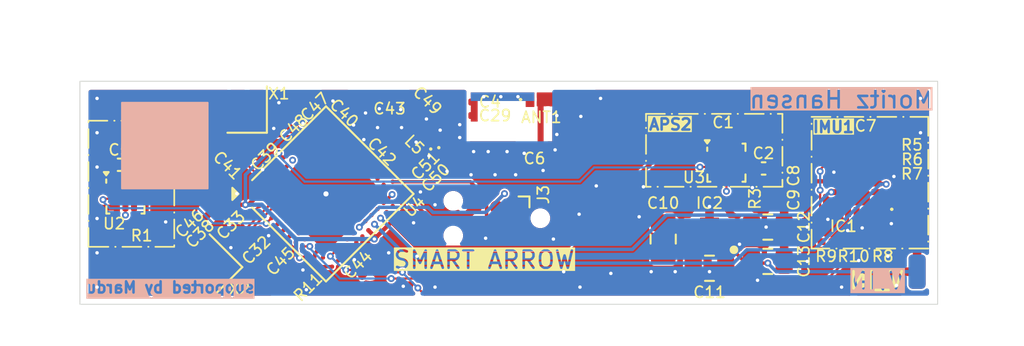
<source format=kicad_pcb>
(kicad_pcb (version 20241229) (generator "pcbnew") (generator_version "9.0")
  (layers (0 "F.Cu" signal "Front") (4 "In1.Cu" signal) (6 "In2.Cu" signal) (2 "B.Cu" signal "Back") (13 "F.Paste" user) (15 "B.Paste" user) (5 "F.SilkS" user "F.Silkscreen") (7 "B.SilkS" user "B.Silkscreen") (1 "F.Mask" user) (3 "B.Mask" user) (25 "Edge.Cuts" user))
  (net 0 "")
  (net 1 "/ISDS_INT")
  (net 2 "/RESET")
  (net 3 "GND")
  (net 4 "/SWDIO")
  (net 5 "/SWCLK")
  (net 6 "/SWO")
  (net 7 "+3V3")
  (net 8 "Net-(U2-SA0)")
  (net 9 "/PADS_INT01")
  (net 10 "Net-(U3-SA0)")
  (net 11 "/ISDS_INT_01")
  (net 12 "/PADS_INT02")
  (net 13 "/I2C_SDA")
  (net 14 "Net-(IC2-OUT2)")
  (net 15 "/VDD_IO")
  (net 16 "/RSVD3")
  (net 17 "/RE")
  (net 18 "/FEEL")
  (net 19 "GND VBUS NRF")
  (net 20 "/I2C_SDA A1")
  (net 21 "/D-")
  (net 22 "/I2C_SCL A1")
  (net 23 "/I2C_SDA A2")
  (net 24 "/I2C_SCL A2")
  (net 25 "/D+")
  (net 26 "Net-(IC2-OUT1)")
  (net 27 "Net-(IC2-EN2)")
  (net 29 "Net-(IC2-IN)")
  (net 30 "/I2C_SCL ")
  (net 31 "/ISDS_INT_00")
  (net 32 "/RSVD2")
  (net 33 "/SAO")
  (net 75 "Net-(U4-ANT)")
  (net 76 "Net-(U4-XC2)")
  (net 77 "Net-(U4-XC1)")
  (net 78 "Net-(U4-DECUSB)")
  (net 79 "Net-(U4-DEC6)")
  (net 80 "Net-(U4-DEC5)")
  (net 81 "Net-(U4-DEC4)")
  (net 82 "Net-(U4-DEC3)")
  (net 83 "Net-(U4-DEC2)")
  (net 84 "Net-(U4-DEC1)")
  (net 85 "Net-(U4-XL1{slash}P0.00)")
  (net 86 "Net-(U4-XL2{slash}P0.01)")
  (footprint "Capacitor_SMD:C_0805_2012Metric" (layer "F.Cu") (at 165.1 60.5)
    (property "Reference" "C12")
    (property "Value" "1uF")
  )
  (footprint "Capacitor_SMD:C_0805_2012Metric" (layer "F.Cu") (at 161.7 62.9)
    (property "Reference" "C11")
    (property "Value" "1uF")
  )
  (footprint "Capacitor_SMD:C_0201_0603Metric" (layer "F.Cu") (at 132.825 59.425 45)
    (property "Reference" "C46")
    (property "Value" "4.7uF")
  )
  (footprint "Capacitor_SMD:C_0201_0603Metric" (layer "F.Cu") (at 129.305 58.5 90)
    (property "Reference" "C3" (hide yes))
    (property "Value" "100nF 10%")
  )
  (footprint "Capacitor_SMD:C_0201_0603Metric" (layer "F.Cu") (at 134.21412 60.80074 45)
    (property "Reference" "C33")
    (property "Value" "12pF NPO 2%")
  )
  (footprint "LIB_AP7312-1233FM-7:SON50P201X181X60-7N" (layer "F.Cu") (at 161.7 60.7 180)
    (property "Reference" "IC2")
    (property "Value" "AP7312-1233FM-7" (hide yes))
  )
  (footprint "Capacitor_SMD:C_0201_0603Metric" (layer "F.Cu") (at 170.8 55.65 90)
    (property "Reference" "C7")
    (property "Value" "100nF 10%")
  )
  (footprint "Capacitor_SMD:C_0201_0603Metric" (layer "F.Cu") (at 143.05 52.85)
    (property "Reference" "C43")
    (property "Value" "N.C.")
  )
  (footprint "Capacitor_SMD:C_0201_0603Metric" (layer "F.Cu") (at 147.555 53.21)
    (property "Reference" "C4")
    (property "Value" "6.2pF NPO 5%")
  )
  (footprint "Capacitor_SMD:C_0201_0603Metric" (layer "F.Cu") (at 143.225 55.475 135)
    (property "Reference" "C42")
    (property "Value" "820pF")
  )
  (footprint "Resistor_SMD:R_0201_0603Metric" (layer "F.Cu") (at 163.6 58.7075 -90)
    (property "Reference" "R3")
    (property "Value" "100K 1%")
  )
  (footprint "LED_SMD:LED_0402_1005Metric" (layer "F.Cu") (at 145.15 55.1 135)
    (property "Reference" "L5")
    (property "Value" "4.7nH 5% HF")
  )
  (footprint "Connector_Wire:SolderWirePad_1x01_SMD_1x2mm" (layer "F.Cu") (at 173.8 63.1)
    (property "Reference" "J2" (hide yes))
    (property "Value" "Conn_01x01_Pin")
  )
  (footprint "Resistor_SMD:R_0201_0603Metric" (layer "F.Cu") (at 128.605 60.25 180)
    (property "Reference" "R1")
    (property "Value" "100K 1%")
  )
  (footprint "Resistor_SMD:R_0201_0603Metric" (layer "F.Cu") (at 173.515 59.65 180)
    (property "Reference" "R7")
    (property "Value" "100k 1%")
  )
  (footprint "Capacitor_SMD:C_0201_0603Metric" (layer "F.Cu") (at 167.405 58.915 -90)
    (property "Reference" "C9")
    (property "Value" "4.7uF 10%")
  )
  (footprint "Capacitor_SMD:C_0201_0603Metric" (layer "F.Cu") (at 144.45 53.95 45)
    (property "Reference" "C49")
    (property "Value" "N.C.")
  )
  (footprint "Capacitor_SMD:C_0201_0603Metric" (layer "F.Cu") (at 151.525 55.75)
    (property "Reference" "C6")
    (property "Value" "0.8pF NPO 5%")
  )
  (footprint "Capacitor_SMD:C_0201_0603Metric" (layer "F.Cu") (at 136.77 63.39 -135)
    (property "Reference" "C45")
    (property "Value" "820pF")
  )
  (footprint "Capacitor_SMD:C_0201_0603Metric" (layer "F.Cu") (at 134.2 56.3 -45)
    (property "Reference" "C41")
    (property "Value" "1pF")
  )
  (footprint "Capacitor_SMD:C_0201_0603Metric" (layer "F.Cu") (at 141.7 63.1 -135)
    (property "Reference" "C44")
    (property "Value" "4.7uF")
  )
  (footprint "Resistor_SMD:R_0201_0603Metric" (layer "F.Cu") (at 169.95 61.35)
    (property "Reference" "R10")
    (property "Value" "1K 1%")
  )
  (footprint "ANT016008LCS2442MA1:ANT016008LCS2442MA1" (layer "F.Cu") (at 151.935 53.065)
    (property "Reference" "ANT1")
    (property "Value" "ANT016008LCS2442MA1" (hide yes))
  )
  (footprint "Resistor_SMD:R_0201_0603Metric" (layer "F.Cu") (at 171.35 61.35 180)
    (property "Reference" "R8")
    (property "Value" "1K 1%")
  )
  (footprint "Capacitor_SMD:C_0201_0603Metric" (layer "F.Cu") (at 167.405 57.51 90)
    (property "Reference" "C8")
    (property "Value" "100nF 10%")
  )
  (footprint "Capacitor_SMD:C_0201_0603Metric" (layer "F.Cu") (at 138 53 45)
    (property "Reference" "C47")
    (property "Value" "12pF NP0 2%")
  )
  (footprint "Capacitor_SMD:C_0201_0603Metric" (layer "F.Cu") (at 162.5075 55.1225)
    (property "Reference" "C1")
    (property "Value" "100nF 10%")
  )
  (footprint "Capacitor_SMD:C_0201_0603Metric" (layer "F.Cu") (at 133.340394 59.949466 45)
    (property "Reference" "C38")
    (property "Value" "100nF")
  )
  (footprint "Package_LGA:ST_HLGA-10_2x2mm_P0.5mm_LayoutBorder3x2y" (layer "F.Cu") (at 127.655 58.6025)
    (property "Reference" "U2")
    (property "Value" "WSEN-PADS_2511020213301")
  )
  (footprint "Crystal:Crystal_SMD_2016-4Pin_2.0x1.6mm" (layer "F.Cu") (at 134.75 53.65 90)
    (property "Reference" "X1")
    (property "Value" "XTAL 32MHz 8pF")
  )
  (footprint "Capacitor_SMD:C_0805_2012Metric" (layer "F.Cu") (at 165.1 62.5)
    (property "Reference" "C13")
    (property "Value" "1uF")
  )
  (footprint "Capacitor_SMD:C_0201_0603Metric" (layer "F.Cu") (at 146.791048 56.303953 45)
    (property "Reference" "C50")
    (property "Value" "0.5pF NPO +10%")
  )
  (footprint "2536030320001:2536030320001" (layer "F.Cu") (at 170.275 58.713 180)
    (property "Reference" "IC1")
    (property "Value" "2536030320001" (hide yes))
  )
  (footprint "Capacitor_SMD:C_0201_0603Metric" (layer "F.Cu") (at 137 54 -135)
    (property "Reference" "C48")
    (property "Value" "12pF NP0 2%")
  )
  (footprint "Capacitor_SMD:C_0805_2012Metric" (layer "F.Cu") (at 159 61.2 90)
    (property "Reference" "C10")
    (property "Value" "1uF")
  )
  (footprint "Resistor_SMD:R_0201_0603Metric" (layer "F.Cu") (at 173.515 58.95 180)
    (property "Reference" "R6")
    (property "Value" "0R 1%")
  )
  (footprint "Capacitor_SMD:C_0201_0603Metric" (layer "F.Cu") (at 134.71912 61.30574 -135)
    (property "Reference" "C32")
    (property "Value" "12pF NP0 2%")
  )
  (footprint "Capacitor_SMD:C_0402_1005Metric" (layer "F.Cu") (at 127.315 56.867501)
    (property "Reference" "C5")
    (property "Value" "10uF 10%")
  )
  (footprint "Resistor_SMD:R_0201_0603Metric" (layer "F.Cu") (at 173.52 58.25 180)
    (property "Reference" "R5")
    (property "Value" "0R 1%")
  )
  (footprint "Capacitor_SMD:C_0402_1005Metric" (layer "F.Cu") (at 164.855 57.0825)
    (property "Reference" "C2")
    (property "Value" "10uF 10%")
  )
  (footprint "Capacitor_SMD:C_0201_0603Metric" (layer "F.Cu") (at 146.3 55.8 45)
    (property "Reference" "C51")
    (property "Value" "0.8pF NPO +10%")
  )
  (footprint "Capacitor_SMD:C_0201_0603Metric" (layer "F.Cu") (at 135.2 55.8 45)
    (property "Reference" "C39")
    (property "Value" "N.C.")
  )
  (footprint "Capacitor_SMD:C_0201_0603Metric" (layer "F.Cu") (at 147.555 54 180)
    (property "Reference" "C29")
    (property "Value" "6.2pF NPO 5%")
  )
  (footprint "Crystal:Crystal_SMD_2016-4Pin_2.0x1.6mm" (layer "F.Cu") (at 132.70146 62.693349 135)
    (property "Reference" "X2")
    (property "Value" "XTAL 32.768kHz 9pF")
  )
  (footprint "Package_DFN_QFN:Nordic_AQFN-73-1EP_7x7mm_P0.5mm" (layer "F.Cu") (at 139.344734 58.565 45)
    (property "Reference" "U4")
    (property "Value" "nRF52840")
  )
  (footprint "Connector:Tag-Connect_TC2030-IDC-NL_2x03_P1.27mm_Vertical" (layer "F.Cu") (at 149.3 59.985 180)
    (property "Reference" "J3")
    (property "Value" "TagConnect")
  )
  (footprint "Capacitor_SMD:C_0201_0603Metric" (layer "F.Cu") (at 141.25 53 -135)
    (property "Reference" "C40")
    (property "Value" "100pF")
  )
  (footprint "NetTie:NetTie-2_SMD_Pad0.5mm" (layer "F.Cu") (at 153.8 53.05 180)
    (property "Reference" "NT1" (hide yes))
    (property "Value" "NetTie_2" (hide yes))
  )
  (footprint "Package_LGA:ST_HLGA-10_2x2mm_P0.5mm_LayoutBorder3x2y" (layer "F.Cu") (at 162.6875 56.745)
    (property "Reference" "U3")
    (property "Value" "WSEN-PADS_2511020213301")
  )
  (footprint "Resistor_SMD:R_0201_0603Metric" (layer "F.Cu") (at 168.55 61.35)
    (property "Reference" "R9")
    (property "Value" "100k 1%")
  )
  (footprint "Resistor_SMD:R_0201_0603Metric" (layer "F.Cu") (at 137.262678 63.887322 -135)
    (property "Reference" "R11")
    (property "Value" "2R2")
  )
  (footprint "Connector_Wire:SolderWirePad_1x01_SMD_1x2mm" (layer "B.Cu") (at 173.8 63.1 180)
    (property "Reference" "J1" (hide yes))
    (property "Value" "Conn_01x01_Pin")
  )
  (gr_poly (pts (xy 151.635 52.65) (xy 151.635 53.46) (xy 152.185 53.46) (xy 152.185 53.45) (xy 153.385 53.45) (xy 153.385 52.65)) (fill yes) (layer "F.Cu") (net 18))
  (gr_poly (pts (xy 147.785 52.65) (xy 147.785 54.35) (xy 148.185 54.35) (xy 148.185 53.15) (xy 150.985 53.15) (xy 150.985 53.5) (xy 151.485 53.5) (xy 151.485 52.65)) (fill yes) (layer "F.Cu") (net 17))
  (gr_poly (pts (xy 147.785 52.65) (xy 147.785 53.15) (xy 148.185 53.15) (xy 150.985 53.15) (xy 151.485 53.15) (xy 151.485 52.65)) (fill yes) (layer "B.Cu") (net 17))
  (gr_circle (center 145.45 55.95) (end 145.5 55.95) (stroke (width 0.1)) (fill no) (layer "F.SilkS"))
  (gr_rect (start 125.5 54.3) (end 130.5 61.65) (stroke (width 0.1) (type dash_dot)) (fill no) (layer "F.SilkS"))
  (gr_rect (start 167.65 54.075) (end 174.45 61.75) (stroke (width 0.1) (type dash_dot)) (fill no) (layer "F.SilkS"))
  (gr_rect (start 158 53.9) (end 165.95 58.15) (stroke (width 0.1) (type dash_dot)) (fill no) (layer "F.SilkS"))
  (gr_rect (start 127.45 53.25) (end 132.45 58.25) (stroke (width 0.1)) (fill yes) (layer "B.SilkS"))
  (gr_rect (start 125 52) (end 175 65) (stroke (width 0.05)) (fill no) (layer "Edge.Cuts"))
  (gr_text "SMART ARROW" (at 143.2 63 0) (layer "F.SilkS" knockout) (effects (font (size 1 1)) (justify left bottom)))
  (gr_text "APS2" (at 158.1 54.9 0) (layer "F.SilkS" knockout) (effects (font (size 0.65 0.65) (thickness 0.15) (bold yes)) (justify left bottom)))
  (gr_text "APS1" (at 127.8 55.3 0) (layer "F.SilkS" knockout) (effects (font (size 0.65 0.65) (thickness 0.15) (bold yes)) (justify left bottom)))
  (gr_text "GND" (at 169.9 64.25 0) (layer "F.SilkS" knockout) (effects (font (size 1 1)) (justify left bottom)))
  (gr_text "IMU1" (at 167.65 55.05 0) (layer "F.SilkS" knockout) (effects (font (size 0.65 0.65) (thickness 0.15) (bold yes)) (justify left bottom)))
  (gr_text "supported by Mardu" (at 135.25 64.4 0) (layer "B.SilkS" knockout) (effects (font (size 0.65 0.65) (thickness 0.15) (bold yes)) (justify left bottom mirror)))
  (gr_text "V_IN" (at 173.1 64.2 0) (layer "B.SilkS" knockout) (effects (font (size 1 1)) (justify left bottom mirror)))
  (gr_text "Moritz Hansen" (at 174.85 53.65 0) (layer "B.SilkS" knockout) (effects (font (size 1 1)) (justify left bottom mirror)))
  (segment (start 168.82 61.08) (end 169.775 60.125) (width 0.127) (layer "F.Cu") (net 1))
  (segment (start 168.82 61.35) (end 168.82 61.08) (width 0.127) (layer "F.Cu") (net 1))
  (segment (start 169.775 60.125) (end 169.775 59.625) (width 0.127) (layer "F.Cu") (net 1))
  (segment (start 149.75 58.55) (end 149.3 59) (width 0.2) (layer "F.Cu") (net 2))
  (segment (start 149.3 59) (end 149.3 59.35) (width 0.2) (layer "F.Cu") (net 2))
  (via (at 149.75 58.55) (size 0.4) (drill 0.2) (layers "F.Cu" "B.Cu") (net 2))
  (via (at 141.289278 60.509544) (size 0.4) (drill 0.2) (layers "F.Cu" "B.Cu") (net 2))
  (segment (start 145.284314 59.35) (end 145.578614 59.6443) (width 0.2) (layer "B.Cu") (net 2))
  (segment (start 141.289278 60.509544) (end 142.448822 59.35) (width 0.2) (layer "B.Cu") (net 2))
  (segment (start 145.578614 59.6443) (end 148.6557 59.6443) (width 0.2) (layer "B.Cu") (net 2))
  (segment (start 148.6557 59.6443) (end 149.75 58.55) (width 0.2) (layer "B.Cu") (net 2))
  (segment (start 142.448822 59.35) (end 145.284314 59.35) (width 0.2) (layer "B.Cu") (net 2))
  (segment (start 140.228617 57.681117) (end 139.344734 56.797234) (width 0.127) (layer "F.Cu") (net 3))
  (segment (start 137.2 64.15) (end 138.2 64.15) (width 0.2) (layer "F.Cu") (net 3))
  (segment (start 161.7 60.7) (end 161.7 63.1) (width 0.25) (layer "F.Cu") (net 3))
  (segment (start 147.15 56.3) (end 147.3 56.45) (width 0.25) (layer "F.Cu") (net 3))
  (segment (start 133.987846 61.027014) (end 133.987846 61.432154) (width 0.2) (layer "F.Cu") (net 3))
  (segment (start 147.95 56.1) (end 147.75 55.9) (width 0.25) (layer "F.Cu") (net 3))
  (segment (start 148.03 59.35) (end 147.53 59.85) (width 0.25) (layer "F.Cu") (net 3))
  (segment (start 128.155 57.84) (end 128.26 57.84) (width 0.25) (layer "F.Cu") (net 3))
  (segment (start 169.63 61.35) (end 169.63 61.62) (width 0.25) (layer "F.Cu") (net 3))
  (segment (start 140.126274 52.773726) (end 139.75 53.15) (width 0.127) (layer "F.Cu") (net 3))
  (segment (start 169.65 57.3) (end 169.775 57.425) (width 0.127) (layer "F.Cu") (net 3))
  (segment (start 147.53 59.85) (end 147 59.85) (width 0.25) (layer "F.Cu") (net 3))
  (segment (start 141.452548 62.4) (end 141 62.4) (width 0.2) (layer "F.Cu") (net 3))
  (segment (start 139.344734 56.443679) (end 140.228617 55.559796) (width 0.127) (layer "F.Cu") (net 3))
  (segment (start 151.205 55.895) (end 150.7 56.4) (width 0.2) (layer "F.Cu") (net 3))
  (segment (start 138.460851 57.681117) (end 139.344734 58.565) (width 0.2) (layer "F.Cu") (net 3))
  (segment (start 133.987846 61.432154) (end 133.86 61.56) (width 0.2) (layer "F.Cu") (net 3))
  (segment (start 141.926274 62.873726) (end 141.452548 62.4) (width 0.2) (layer "F.Cu") (net 3))
  (segment (start 136.33953 57.681117) (end 136.181117 57.681117) (width 0.2) (layer "F.Cu") (net 3))
  (segment (start 169.775 57.425) (end 169.775 57.801) (width 0.127) (layer "F.Cu") (net 3))
  (segment (start 151.205 55.75) (end 151.205 55.895) (width 0.2) (layer "F.Cu") (net 3))
  (segment (start 137.036404 64.108952) (end 136.543726 63.616274) (width 0.2) (layer "F.Cu") (net 3))
  (segment (start 168.95 57.3) (end 169.65 57.3) (width 0.127) (layer "F.Cu") (net 3))
  (segment (start 169.63 61.62) (end 169.05 62.2) (width 0.25) (layer "F.Cu") (net 3))
  (segment (start 137.163596 64.113596) (end 137.2 64.15) (width 0.2) (layer "F.Cu") (net 3))
  (segment (start 136.181117 57.681117) (end 135.65 57.15) (width 0.2) (layer "F.Cu") (net 3))
  (segment (start 127.655 57.84) (end 128.155 57.84) (width 0.25) (layer "F.Cu") (net 3))
  (segment (start 137.036404 64.113596) (end 137.163596 64.113596) (width 0.2) (layer "F.Cu") (net 3))
  (segment (start 162.65 62.9) (end 163.35 63.6) (width 0.25) (layer "F.Cu") (net 3))
  (segment (start 163.35 63.6) (end 164.5 63.6) (width 0.25) (layer "F.Cu") (net 3))
  (segment (start 138.226274 52.773726) (end 139.373726 52.773726) (width 0.2) (layer "F.Cu") (net 3))
  (segment (start 141.476274 52.773726) (end 140.126274 52.773726) (width 0.127) (layer "F.Cu") (net 3))
  (segment (start 147.017322 56.077679) (end 147.017322 56.167322) (width 0.25) (layer "F.Cu") (net 3))
  (segment (start 128.26 57.84) (end 129.05 57.05) (width 0.25) (layer "F.Cu") (net 3))
  (segment (start 169.63 60.82) (end 169.75 60.7) (width 0.25) (layer "F.Cu") (net 3))
  (segment (start 147.195001 55.9) (end 147.017322 56.077679) (width 0.25) (layer "F.Cu") (net 3))
  (segment (start 137.036404 64.113596) (end 137.036404 64.108952) (width 0.2) (layer "F.Cu") (net 3))
  (segment (start 139.373726 52.773726) (end 139.75 53.15) (width 0.2) (layer "F.Cu") (net 3))
  (segment (start 147.3 56.45) (end 147.8 56.45) (width 0.25) (layer "F.Cu") (net 3))
  (segment (start 147.75 55.9) (end 147.195001 55.9) (width 0.25) (layer "F.Cu") (net 3))
  (segment (start 147.017322 56.167322) (end 147.15 56.3) (width 0.25) (layer "F.Cu") (net 3))
  (segment (start 169.63 61.35) (end 169.63 60.82) (width 0.25) (layer "F.Cu") (net 3))
  (segment (start 139.344734 56.797234) (end 139.344734 56.443679) (width 0.127) (layer "F.Cu") (net 3))
  (segment (start 147.235 54) (end 147.235 53.21) (width 0.2) (layer "F.Cu") (net 3))
  (via (at 143.85 63.95) (size 0.4) (drill 0.2) (layers "F.Cu" "B.Cu") (net 3))
  (via (at 139.344734 58.565) (size 0.6) (drill 0.3) (layers "F.Cu" "B.Cu") (net 3))
  (via (at 145.35 56.35) (size 0.4) (drill 0.2) (layers "F.Cu" "B.Cu") (net 3))
  (via (at 148.65 61.15) (size 0.4) (drill 0.2) (layers "F.Cu" "B.Cu") (net 3))
  (via (at 152.8 54) (size 0.4) (drill 0.2) (layers "F.Cu" "B.Cu") (net 3))
  (via (at 142.45 53.6) (size 0.4) (drill 0.2) (layers "F.Cu" "B.Cu") (net 3))
  (via (at 168.95 57.3) (size 0.4) (drill 0.2) (layers "F.Cu" "B.Cu") (net 3))
  (via (at 144.65 62.2) (size 0.4) (drill 0.2) (layers "F.Cu" "B.Cu") (net 3))
  (via (at 145.7 64) (size 0.4) (drill 0.2) (layers "F.Cu" "B.Cu") (net 3))
  (via (at 142.35 54.7) (size 0.4) (drill 0.2) (layers "F.Cu" "B.Cu") (net 3))
  (via (at 134.15 58.55) (size 0.4) (drill 0.2) (layers "F.Cu" "B.Cu") (net 3))
  (via (at 167.4 62.5) (size 0.4) (drill 0.2) (layers "F.Cu" "B.Cu") (net 3))
  (via (at 161.7 59.3) (size 0.4) (drill 0.2) (layers "F.Cu" "B.Cu") (net 3))
  (via (at 155.35 53) (size 0.4) (drill 0.2) (layers "F.Cu" "B.Cu") (net 3))
  (via (at 136.3 54.75) (size 0.4) (drill 0.2) (layers "F.Cu" "B.Cu") (net 3))
  (via (at 141.55 55.4) (size 0.4) (drill 0.2) (layers "F.Cu" "B.Cu") (net 3))
  (via (at 172.45 57.55) (size 0.4) (drill 0.2) (layers "F.Cu" "B.Cu") (net 3))
  (via (at 138.2 64.15) (size 0.4) (drill 0.2) (layers "F.Cu" "B.Cu") (net 3))
  (via (at 165 60.5) (size 0.4) (drill 0.2) (layers "F.Cu" "B.Cu") (net 3))
  (via (at 150.4 57.45) (size 0.4) (drill 0.2) (layers "F.Cu" "B.Cu") (net 3))
  (via (at 130 60.2) (size 0.4) (drill 0.2) (layers "F.Cu" "B.Cu") (net 3))
  (via (at 164.5 63.6) (size 0.4) (drill 0.2) (layers "F.Cu" "B.Cu") (net 3))
  (via (at 157.6 59.9) (size 0.4) (drill 0.2) (layers "F.Cu" "B.Cu") (net 3))
  (via (at 144.6 55.55) (size 0.4) (drill 0.2) (layers "F.Cu" "B.Cu") (net 3))
  (via (at 148.8 56.1) (size 0.4) (drill 0.2) (layers "F.Cu" "B.Cu") (net 3))
  (via (at 147.95 56.1) (size 0.4) (drill 0.2) (layers "F.Cu" "B.Cu") (net 3))
  (via (at 163.45 61.5) (size 0.4) (drill 0.2) (layers "F.Cu" "B.Cu") (net 3))
  (via (at 147.14 55.28) (size 0.4) (drill 0.2) (layers "F.Cu" "B.Cu") (net 3))
  (via (at 146.4 57.25) (size 0.4) (drill 0.2) (layers "F.Cu" "B.Cu") (net 3))
  (via (at 141 62.4) (size 0.4) (drill 0.2) (layers "F.Cu" "B.Cu") (net 3))
  (via (at 136 61) (size 0.4) (drill 0.2) (layers "F.Cu" "B.Cu") (net 3))
  (via (at 167.4 60.5) (size 0.4) (drill 0.2) (layers "F.Cu" "B.Cu") (net 3))
  (via (at 155.1 58.1) (size 0.4) (drill 0.2) (layers "F.Cu" "B.Cu") (net 3))
  (via (at 153.2 63.1) (size 0.4) (drill 0.2) (layers "F.Cu" "B.Cu") (net 3))
  (via (at 147.14 54.53) (size 0.4) (drill 0.2) (layers "F.Cu" "B.Cu") (net 3))
  (via (at 174 53) (size 0.4) (drill 0.2) (layers "F.Cu" "B.Cu") (net 3))
  (via (at 157.85 58.15) (size 0.4) (drill 0.2) (layers "F.Cu" "B.Cu") (net 3))
  (via (at 126 62) (size 0.4) (drill 0.2) (layers "F.Cu" "B.Cu") (net 3))
  (via (at 169.4 64) (size 0.4) (drill 0.2) (layers "F.Cu" "B.Cu") (net 3))
  (via (at 143.7 53.65) (size 0.4) (drill 0.2) (layers "F.Cu" "B.Cu") (net 3))
  (via (at 172.3 60.3) (size 0.4) (drill 0.2) (layers "F.Cu" "B.Cu") (net 3))
  (via (at 139.75 53.15) (size 0.4) (drill 0.2) (layers "F.Cu" "B.Cu") (net 3))
  (via (at 140.95 54.55) (size 0.4) (drill 0.2) (layers "F.Cu" "B.Cu") (net 3))
  (via (at 135.65 57.15) (size 0.4) (drill 0.2) (layers "F.Cu" "B.Cu") (net 3))
  (via (at 126 53) (size 0.4) (drill 0.2) (layers "F.Cu" "B.Cu") (net 3))
  (via (at 159.7 63.1) (size 0.4) (drill 0.2) (layers "F.Cu" "B.Cu") (net 3))
  (via (at 126 57) (size 0.4) (drill 0.2) (layers "F.Cu" "B.Cu") (net 3))
  (via (at 147.8 57.45) (size 0.4) (drill 0.2) (layers "F.Cu" "B.Cu") (net 3))
  (via (at 143.75 54.7) (size 0.4) (drill 0.2) (layers "F.Cu" "B.Cu") (net 3))
  (via (at 164.2 58.2) (size 0.4) (drill 0.2) (layers "F.Cu" "B.Cu") (net 3))
  (via (at 158.3 63.1) (size 0.4) (drill 0.2) (layers "F.Cu" "B.Cu") (net 3))
  (via (at 152.8 55.1) (size 0.4) (drill 0.2) (layers "F.Cu" "B.Cu") (net 3))
  (via (at 154.1 59.75) (size 0.4) (drill 0.2) (layers "F.Cu" "B.Cu") (net 3))
  (via (at 155.95 63.2) (size 0.4) (drill 0.2) (layers "F.Cu" "B.Cu") (net 3))
  (via (at 136.6 53.25) (size 0.4) (drill 0.2) (layers "F.Cu" "B.Cu") (net 3))
  (via (at 145.7 59.2) (size 0.4) (drill 0.2) (layers "F.Cu" "B.Cu") (net 3))
  (via (at 141.65 53.85) (size 0.4) (drill 0.2) (layers "F.Cu" "B.Cu") (net 3))
  (via (at 144.45 60.25) (size 0.4) (drill 0.2) (layers "F.Cu" "B.Cu") (net 3))
  (via (at 152.7 56) (size 0.4) (drill 0.2) (layers "F.Cu" "B.Cu") (net 3))
  (via (at 126 55) (size 0.4) (drill 0.2) (layers "F.Cu" "B.Cu") (net 3))
  (via (at 169.75 60.7) (size 0.4) (drill 0.2) (layers "F.Cu" "B.Cu") (net 3))
  (via (at 170.4 62.45) (size 0.4) (drill 0.2) (layers "F.Cu" "B.Cu") (net 3))
  (via (at 133.8 61.7) (size 0.4) (drill 0.2) (layers "F.Cu" "B.Cu") (net 3))
  (via (at 150.9 56.2) (size 0.4) (drill 0.2) (layers "F.Cu" "B.Cu") (net 3))
  (via (at 161.7 63.1) (size 0.4) (drill 0.2) (layers "F.Cu" "B.Cu") (net 3))
  (via (at 154.2 54.05) (size 0.4) (drill 0.2) (layers "F.Cu" "B.Cu") (net 3))
  (via (at 172.6 63.9) (size 0.4) (drill 0.2) (layers "F.Cu" "B.Cu") (net 3))
  (via (at 152 57.2) (size 0.4) (drill 0.2) (layers "F.Cu" "B.Cu") (net 3))
  (via (at 152.6 61.2) (size 0.4) (drill 0.2) (layers "F.Cu" "B.Cu") (net 3))
  (via (at 174 55) (size 0.4) (drill 0.2) (layers "F.Cu" "B.Cu") (net 3))
  (via (at 145.2 54.2) (size 0.4) (drill 0.2) (layers "F.Cu" "B.Cu") (net 3))
  (via (at 138 63) (size 0.4) (drill 0.2) (layers "F.Cu" "B.Cu") (net 3))
  (via (at 149.2 57.45) (size 0.4) (drill 0.2) (layers "F.Cu" "B.Cu") (net 3))
  (via (at 126 64) (size 0.4) (drill 0.2) (layers "F.Cu" "B.Cu") (net 3))
  (via (at 126 60) (size 0.4) (drill 0.2) (layers "F.Cu" "B.Cu") (net 3))
  (via (at 168.6 60.05) (size 0.4) (drill 0.2) (layers "F.Cu" "B.Cu") (net 3))
  (via (at 144.85 58.45) (size 0.4) (drill 0.2) (layers "F.Cu" "B.Cu") (net 3))
  (via (at 149.9 56.1) (size 0.4) (drill 0.2) (layers "F.Cu" "B.Cu") (net 3))
  (via (at 170.6 60.55) (size 0.4) (drill 0.2) (layers "F.Cu" "B.Cu") (net 3))
  (via (at 172.1 62.2) (size 0.4) (drill 0.2) (layers "F.Cu" "B.Cu") (net 3))
  (via (at 143 62) (size 0.4) (drill 0.2) (layers "F.Cu" "B.Cu") (net 3))
  (via (at 146 54.85) (size 0.4) (drill 0.2) (layers "F.Cu" "B.Cu") (net 3))
  (via (at 154.15 64) (size 0.4) (drill 0.2) (layers "F.Cu" "B.Cu") (net 3))
  (segment (start 147.71 60.3) (end 148.03 60.62) (width 0.2) (layer "F.Cu") (net 4))
  (segment (start 143.587375 58.211447) (end 145.675928 60.3) (width 0.2) (layer "F.Cu") (net 4))
  (segment (start 145.675928 60.3) (end 147.71 60.3) (width 0.2) (layer "F.Cu") (net 4))
  (segment (start 147.757893 57.857893) (end 148.7063 58.8063) (width 0.2) (layer "F.Cu") (net 5))
  (segment (start 148.7063 60.0263) (end 149.3 60.62) (width 0.2) (layer "F.Cu") (net 5))
  (segment (start 148.7063 58.8063) (end 148.7063 60.0263) (width 0.2) (layer "F.Cu") (net 5))
  (segment (start 143.233821 57.857893) (end 147.757893 57.857893) (width 0.2) (layer "F.Cu") (net 5))
  (segment (start 163.45 56.995) (end 164.2875 56.995) (width 0.25) (layer "F.Cu") (net 7))
  (segment (start 128.915 58.832501) (end 128.437499 58.832501) (width 0.2) (layer "F.Cu") (net 7))
  (segment (start 156.932687 58.182687) (end 156.932687 58.132687) (width 0.2) (layer "F.Cu") (net 7))
  (segment (start 164.375 57.0825) (end 164.375 57.575) (width 0.25) (layer "F.Cu") (net 7))
  (segment (start 126.8675 58.3275) (end 126.8925 58.3525) (width 0.1) (layer "F.Cu") (net 7))
  (segment (start 126.83 57.515) (end 127.155 57.84) (width 0.25) (layer "F.Cu") (net 7))
  (segment (start 134.82192 59.198726) (end 135.102093 58.918553) (width 0.25) (layer "F.Cu") (net 7))
  (segment (start 154.956301 58.956301) (end 155.532687 59.532687) (width 0.25) (layer "F.Cu") (net 7))
  (segment (start 155.532687 59.532687) (end 156.932687 58.132687) (width 0.25) (layer "F.Cu") (net 7))
  (segment (start 138.089608 62.295) (end 138.284074 62.100534) (width 0.25) (layer "F.Cu") (net 7))
  (segment (start 167.405 57.83) (end 168.979 57.83) (width 0.25) (layer "F.Cu") (net 7))
  (segment (start 161.925 56.495) (end 162.137499 56.495) (width 0.25) (layer "F.Cu") (net 7))
  (segment (start 164.2875 56.995) (end 164.375 57.0825) (width 0.25) (layer "F.Cu") (net 7))
  (segment (start 143.587375 58.918553) (end 143.88 59.211178) (width 0.25) (layer "F.Cu") (net 7))
  (segment (start 162.1875 55.9825) (end 162.1875 55.1225) (width 0.25) (layer "F.Cu") (net 7))
  (segment (start 144.6513 61.7013) (end 143.155 60.205) (width 0.25) (layer "F.Cu") (net 7))
  (segment (start 137.8 62.295) (end 138.089608 62.295) (width 0.25) (layer "F.Cu") (net 7))
  (segment (start 161.925 56.495) (end 158.570374 56.495) (width 0.25) (layer "F.Cu") (net 7))
  (segment (start 132.685049 58.832501) (end 129.305 58.832501) (width 0.25) (layer "F.Cu") (net 7))
  (segment (start 167.405 58.595) (end 167.405 57.83) (width 0.25) (layer "F.Cu") (net 7))
  (segment (start 150.57 59.35) (end 150.963699 58.956301) (width 0.25) (layer "F.Cu") (net 7))
  (segment (start 143.88 59.48) (end 143.88 59.38) (width 0.25) (layer "F.Cu") (net 7))
  (segment (start 143.88 59.211178) (end 143.88 59.38) (width 0.25) (layer "F.Cu") (net 7))
  (segment (start 138.411714 54.45) (end 138.637627 54.675913) (width 0.127) (layer "F.Cu") (net 7))
  (segment (start 168.979 57.83) (end 169.112 57.963) (width 0.25) (layer "F.Cu") (net 7))
  (segment (start 161.925 56.495) (end 161.925 56.245) (width 0.25) (layer "F.Cu") (net 7))
  (segment (start 162.137499 56.495) (end 162.637499 56.995) (width 0.25) (layer "F.Cu") (net 7))
  (segment (start 128.437499 58.832501) (end 128.4175 58.8525) (width 0.2) (layer "F.Cu") (net 7))
  (segment (start 128.915 58.832501) (end 128.905 58.842501) (width 0.2) (layer "F.Cu") (net 7))
  (segment (start 158.570374 56.495) (end 157.022687 58.042687) (width 0.25) (layer "F.Cu") (net 7))
  (segment (start 126.83 57.107501) (end 126.83 57.515) (width 0.25) (layer "F.Cu") (net 7))
  (segment (start 128.4225 58.8475) (end 128.4175 58.8525) (width 0.1) (layer "F.Cu") (net 7))
  (segment (start 127.155 58.09) (end 126.8925 58.3525) (width 0.25) (layer "F.Cu") (net 7))
  (segment (start 127.155 58.09) (end 127.9175 58.8525) (width 0.25) (layer "F.Cu") (net 7))
  (segment (start 127.155 57.84) (end 127.155 58.09) (width 0.25) (layer "F.Cu") (net 7))
  (segment (start 155.532687 59.532687) (end 153.364074 61.7013) (width 0.25) (layer "F.Cu") (net 7))
  (segment (start 126.7775 58.2375) (end 126.8925 58.3525) (width 0.1) (layer "F.Cu") (net 7))
  (segment (start 142.163083 61.2) (end 142.314583 61.0485) (width 0.25) (layer "F.Cu") (net 7))
  (segment (start 128.905 60.232501) (end 128.925 60.252501) (width 0.2) (layer "F.Cu") (net 7))
  (segment (start 134.65 59.198726) (end 134.82192 59.198726) (width 0.25) (layer "F.Cu") (net 7))
  (segment (start 161.925 56.245) (end 162.1875 55.9825) (width 0.25) (layer "F.Cu") (net 7))
  (segment (start 128.905 58.842501) (end 128.905 60.232501) (width 0.2) (layer "F.Cu") (net 7))
  (segment (start 138 54.45) (end 138.411714 54.45) (width 0.127) (layer "F.Cu") (net 7))
  (segment (start 142.175417 61.045417) (end 142.314583 61.045417) (width 0.25) (layer "F.Cu") (net 7))
  (segment (start 153.364074 61.7013) (end 144.6513 61.7013) (width 0.25) (layer "F.Cu") (net 7))
  (segment (start 164.63 57.83) (end 167.405 57.83) (width 0.25) (layer "F.Cu") (net 7))
  (segment (start 164.375 57.575) (end 164.63 57.83) (width 0.25) (layer "F.Cu") (net 7))
  (segment (start 159 60.25) (end 156.932687 58.182687) (width 0.2) (layer "F.Cu") (net 7))
  (segment (start 162.637499 56.995) (end 163.45 56.995) (width 0.25) (layer "F.Cu") (net 7))
  (segment (start 141.819608 60.689608) (end 142.175417 61.045417) (width 0.25) (layer "F.Cu") (net 7))
  (segment (start 150.963699 58.956301) (end 154.956301 58.956301) (width 0.25) (layer "F.Cu") (net 7))
  (segment (start 142.314583 61.045417) (end 143.155 60.205) (width 0.25) (layer "F.Cu") (net 7))
  (segment (start 134.65 59.198726) (end 133.051274 59.198726) (width 0.25) (layer "F.Cu") (net 7))
  (segment (start 133.051274 59.198726) (end 132.685049 58.832501) (width 0.25) (layer "F.Cu") (net 7))
  (segment (start 143.155 60.205) (end 143.88 59.48) (width 0.25) (layer "F.Cu") (net 7))
  (segment (start 127.9175 58.8525) (end 128.4175 58.8525) (width 0.25) (layer "F.Cu") (net 7))
  (segment (start 126.985 56.952501) (end 126.83 57.107501) (width 0.25) (layer "F.Cu") (net 7))
  (segment (start 142.314583 61.0485) (end 142.314583 61.045417) (width 0.25) (layer "F.Cu") (net 7))
  (segment (start 129.305 58.832501) (end 128.915 58.832501) (width 0.2) (layer "F.Cu") (net 7))
  (segment (start 160.6 60.2) (end 159.05 60.2) (width 0.2) (layer "F.Cu") (net 7))
  (segment (start 141.819608 60.68632) (end 141.819608 60.689608) (width 0.25) (layer "F.Cu") (net 7))
  (segment (start 159.05 60.2) (end 159 60.25) (width 0.2) (layer "F.Cu") (net 7))
  (segment (start 157.022687 58.042687) (end 156.932687 58.132687) (width 0.25) (layer "F.Cu") (net 7))
  (via (at 142.163083 61.2) (size 0.4) (drill 0.2) (layers "F.Cu" "B.Cu") (net 7))
  (via (at 138 54.45) (size 0.4) (drill 0.2) (layers "F.Cu" "B.Cu") (net 7))
  (via (at 137.8 62.295) (size 0.4) (drill 0.2) (layers "F.Cu" "B.Cu") (net 7))
  (via (at 134.65 59.198726) (size 0.4) (drill 0.2) (layers "F.Cu" "B.Cu") (net 7))
  (segment (start 137.6 62.095) (end 137.6 61.21) (width 0.25) (layer "B.Cu") (net 7))
  (segment (start 138 54.45) (end 137.65 54.45) (width 0.2) (layer "B.Cu") (net 7))
  (segment (start 137.61 61.2) (end 137.605 61.205) (width 0.25) (layer "B.Cu") (net 7))
  (segment (start 137.6 61.21) (end 137.605 61.205) (width 0.25) (layer "B.Cu") (net 7))
  (segment (start 137.65 54.45) (end 134.65 57.45) (width 0.2) (layer "B.Cu") (net 7))
  (segment (start 134.65 57.45) (end 134.65 59.198726) (width 0.2) (layer "B.Cu") (net 7))
  (segment (start 135.598726 59.198726) (end 137.605 61.205) (width 0.25) (layer "B.Cu") (net 7))
  (segment (start 137.8 62.295) (end 137.6 62.095) (width 0.25) (layer "B.Cu") (net 7))
  (segment (start 134.65 59.198726) (end 135.598726 59.198726) (width 0.25) (layer "B.Cu") (net 7))
  (segment (start 142.163083 61.2) (end 137.61 61.2) (width 0.25) (layer "B.Cu") (net 7))
  (segment (start 128.155 60.122501) (end 128.285 60.252501) (width 0.1) (layer "F.Cu") (net 8))
  (segment (start 128.2775 59.4875) (end 128.155 59.365) (width 0.1) (layer "F.Cu") (net 8))
  (segment (start 128.155 59.365) (end 128.155 60.122501) (width 0.1) (layer "F.Cu") (net 8))
  (segment (start 163.435 58.3875) (end 163.435 57.755) (width 0.127) (layer "F.Cu") (net 10))
  (segment (start 163.435 57.755) (end 163.1875 57.5075) (width 0.127) (layer "F.Cu") (net 10))
  (segment (start 168.8 58.463) (end 169.112 58.463) (width 0.2) (layer "F.Cu") (net 11))
  (via (at 142.526715 59.979214) (size 0.4) (drill 0.2) (layers "F.Cu" "B.Cu") (net 11))
  (via (at 168.8 58.463) (size 0.4) (drill 0.2) (layers "F.Cu" "B.Cu") (net 11))
  (segment (start 144.347501 61.8) (end 142.526715 59.979214) (width 0.2) (layer "B.Cu") (net 11))
  (segment (start 159.2 59.8) (end 157.2 61.8) (width 0.2) (layer "B.Cu") (net 11))
  (segment (start 167.35962 59.8) (end 159.2 59.8) (width 0.2) (layer "B.Cu") (net 11))
  (segment (start 168.8 58.463) (end 168.69662 58.463) (width 0.2) (layer "B.Cu") (net 11))
  (segment (start 157.2 61.8) (end 144.347501 61.8) (width 0.2) (layer "B.Cu") (net 11))
  (segment (start 168.69662 58.463) (end 167.35962 59.8) (width 0.2) (layer "B.Cu") (net 11))
  (segment (start 169.8635 64.4365) (end 170.95 63.35) (width 0.127) (layer "F.Cu") (net 13))
  (segment (start 171.03 60.33) (end 171.03 61.35) (width 0.127) (layer "F.Cu") (net 13))
  (segment (start 141.011967 62) (end 140.758948 61.746981) (width 0.127) (layer "F.Cu") (net 13))
  (segment (start 144.7 64.05) (end 145.0865 64.4365) (width 0.127) (layer "F.Cu") (net 13))
  (segment (start 143.2865 63.1365) (end 142.15 62) (width 0.127) (layer "F.Cu") (net 13))
  (segment (start 142.15 62) (end 141.011967 62) (width 0.127) (layer "F.Cu") (net 13))
  (segment (start 170.775 60.075) (end 171.03 60.33) (width 0.127) (layer "F.Cu") (net 13))
  (segment (start 170.95 61.37) (end 170.975 61.345) (width 0.127) (layer "F.Cu") (net 13))
  (segment (start 170.95 63.35) (end 170.95 61.37) (width 0.127) (layer "F.Cu") (net 13))
  (segment (start 145.0865 64.4365) (end 169.8635 64.4365) (width 0.127) (layer "F.Cu") (net 13))
  (segment (start 170.775 59.625) (end 170.775 60.075) (width 0.127) (layer "F.Cu") (net 13))
  (segment (start 143.8 63.1365) (end 143.2865 63.1365) (width 0.127) (layer "F.Cu") (net 13))
  (via (at 144.7 64.05) (size 0.4) (drill 0.2) (layers "F.Cu" "B.Cu") (net 13))
  (via (at 143.8 63.1365) (size 0.4) (drill 0.2) (layers "F.Cu" "B.Cu") (net 13))
  (segment (start 144.7 64.05) (end 143.8 63.15) (width 0.127) (layer "B.Cu") (net 13))
  (segment (start 143.8 63.15) (end 143.8 63.1365) (width 0.127) (layer "B.Cu") (net 13))
  (segment (start 160.075 60.7) (end 159 61.775) (width 0.2) (layer "F.Cu") (net 14))
  (segment (start 158.705 62.45) (end 158.71 62.455) (width 0.2) (layer "F.Cu") (net 14))
  (segment (start 160.6 60.7) (end 160.075 60.7) (width 0.2) (layer "F.Cu") (net 14))
  (segment (start 159 61.775) (end 159 62.15) (width 0.2) (layer "F.Cu") (net 14))
  (segment (start 173.835 59.65) (end 173.835 58.255) (width 0.25) (layer "F.Cu") (net 15))
  (segment (start 168.15 58.35) (end 168.15 61.27) (width 0.127) (layer "F.Cu") (net 15))
  (segment (start 173.835 58.255) (end 173.84 58.25) (width 0.25) (layer "F.Cu") (net 15))
  (segment (start 173.84 58.050001) (end 172.689999 56.9) (width 0.25) (layer "F.Cu") (net 15))
  (segment (start 172.689999 56.9) (end 170.8 56.9) (width 0.25) (layer "F.Cu") (net 15))
  (segment (start 170.8 56.9) (end 170.8 57.776) (width 0.25) (layer "F.Cu") (net 15))
  (segment (start 170.8 55.97) (end 170.8 56.9) (width 0.25) (layer "F.Cu") (net 15))
  (segment (start 168.15 61.27) (end 168.23 61.35) (width 0.127) (layer "F.Cu") (net 15))
  (segment (start 168.15 57.15) (end 168.4 56.9) (width 0.127) (layer "F.Cu") (net 15))
  (segment (start 168.15 57.25) (end 168.15 57.15) (width 0.127) (layer "F.Cu") (net 15))
  (segment (start 173.84 58.25) (end 173.84 58.050001) (width 0.25) (layer "F.Cu") (net 15))
  (segment (start 168.4 56.9) (end 170.8 56.9) (width 0.127) (layer "F.Cu") (net 15))
  (segment (start 170.8 57.776) (end 170.775 57.801) (width 0.25) (layer "F.Cu") (net 15))
  (via (at 168.15 57.25) (size 0.4) (drill 0.2) (layers "F.Cu" "B.Cu") (net 15))
  (via (at 168.15 58.35) (size 0.4) (drill 0.2) (layers "F.Cu" "B.Cu") (net 15))
  (segment (start 168.15 58.35) (end 168.15 57.25) (width 0.127) (layer "B.Cu") (net 15))
  (segment (start 173.195 58.95) (end 171.7015 58.95) (width 0.127) (layer "F.Cu") (net 16))
  (via (at 149.535 52.9) (size 0.4) (drill 0.2) (layers "F.Cu" "B.Cu") (net 17))
  (via (at 150.535 52.9) (size 0.4) (drill 0.2) (layers "F.Cu" "B.Cu") (net 17))
  (via (at 148.535 52.9) (size 0.4) (drill 0.2) (layers "F.Cu" "B.Cu") (net 17))
  (segment (start 146.975 56.925) (end 145.492947 55.442947) (width 0.3493) (layer "F.Cu") (net 18))
  (segment (start 151.935 52.83) (end 151.935 53.3) (width 0.2) (layer "F.Cu") (net 18))
  (segment (start 152.285 52.83) (end 151.935 52.83) (width 0.2) (layer "F.Cu") (net 18))
  (segment (start 151.375 56.925) (end 146.975 56.925) (width 0.3493) (layer "F.Cu") (net 18))
  (segment (start 152.605 53.11) (end 152.56 53.065) (width 0.2) (layer "F.Cu") (net 18))
  (segment (start 151.935 53.3) (end 151.855 53.38) (width 0.3493) (layer "F.Cu") (net 18))
  (segment (start 151.855 53.38) (end 151.855 56.445) (width 0.3493) (layer "F.Cu") (net 18))
  (segment (start 152.51 53.055) (end 152.285 52.83) (width 0.2) (layer "F.Cu") (net 18))
  (segment (start 151.855 56.445) (end 151.375 56.925) (width 0.3493) (layer "F.Cu") (net 18))
  (segment (start 153.11 53.11) (end 152.605 53.11) (width 0.2) (layer "F.Cu") (net 18))
  (segment (start 138.69 62.475) (end 139.022641 62.807641) (width 0.2) (layer "F.Cu") (net 19))
  (segment (start 138.169234 63.661048) (end 139.022641 62.807641) (width 0.2) (layer "F.Cu") (net 19))
  (segment (start 137.488952 63.661048) (end 137.488952 63.656404) (width 0.2) (layer "F.Cu") (net 19))
  (segment (start 137.488952 63.656404) (end 136.996274 63.163726) (width 0.2) (layer "F.Cu") (net 19))
  (segment (start 138.814404 61.930596) (end 138.69 62.055) (width 0.2) (layer "F.Cu") (net 19))
  (segment (start 138.814404 61.923757) (end 138.814404 61.930596) (width 0.2) (layer "F.Cu") (net 19))
  (segment (start 139.022641 62.807641) (end 139.698287 62.807641) (width 0.2) (layer "F.Cu") (net 19))
  (segment (start 138.69 62.055) (end 138.69 62.475) (width 0.2) (layer "F.Cu") (net 19))
  (segment (start 137.488952 63.661048) (end 138.169234 63.661048) (width 0.2) (layer "F.Cu") (net 19))
  (segment (start 127.655 59.365) (end 127.655 59.802501) (width 0.127) (layer "F.Cu") (net 20))
  (segment (start 143.2 58.6) (end 143.198821 58.6) (width 0.2) (layer "F.Cu") (net 20))
  (segment (start 143.198821 58.6) (end 142.703491 59.09533) (width 0.2) (layer "F.Cu") (net 20))
  (via (at 127.655 59.802501) (size 0.4) (drill 0.2) (layers "F.Cu" "B.Cu") (net 20))
  (via (at 143.2 58.6) (size 0.4) (drill 0.2) (layers "F.Cu" "B.Cu") (net 20))
  (segment (start 126.35 58.9) (end 126.4 58.85) (width 0.127) (layer "F.Cu") (net 22))
  (segment (start 126.89 58.85) (end 126.8925 58.8525) (width 0.127) (layer "F.Cu") (net 22))
  (segment (start 135.856967 60.285) (end 136.162753 59.979214) (width 0.127) (layer "F.Cu") (net 22))
  (segment (start 126.4 58.85) (end 126.89 58.85) (width 0.127) (layer "F.Cu") (net 22))
  (via (at 135.856967 60.285) (size 0.4) (drill 0.2) (layers "F.Cu" "B.Cu") (net 22))
  (via (at 126.35 58.9) (size 0.4) (drill 0.2) (layers "F.Cu" "B.Cu") (net 22))
  (segment (start 132.770893 60.280966) (end 135.852933 60.280966) (width 0.127) (layer "B.Cu") (net 22))
  (segment (start 126.738432 59.4) (end 131.889927 59.4) (width 0.127) (layer "B.Cu") (net 22))
  (segment (start 126.35 59.011568) (end 126.738432 59.4) (width 0.127) (layer "B.Cu") (net 22))
  (segment (start 131.889927 59.4) (end 132.770893 60.280966) (width 0.127) (layer "B.Cu") (net 22))
  (segment (start 135.852933 60.280966) (end 135.856967 60.285) (width 0.127) (layer "B.Cu") (net 22))
  (segment (start 126.35 58.9) (end 126.35 59.011568) (width 0.127) (layer "B.Cu") (net 22))
  (segment (start 162.6875 58.4125) (end 162.6875 57.5075) (width 0.127) (layer "F.Cu") (net 23))
  (segment (start 162.705 57.525) (end 162.6875 57.5075) (width 0.127) (layer "F.Cu") (net 23))
  (via (at 137.4 56.6) (size 0.4) (drill 0.2) (layers "F.Cu" "B.Cu") (net 23))
  (via (at 162.6875 58.4125) (size 0.4) (drill 0.2) (layers "F.Cu" "B.Cu") (net 23))
  (segment (start 161.155 56.995) (end 161.925 56.995) (width 0.127) (layer "F.Cu") (net 24))
  (segment (start 161.145 57.005) (end 161.155 56.995) (width 0.127) (layer "F.Cu") (net 24))
  (segment (start 136.6 56.2) (end 136.84368 56.44368) (width 0.127) (layer "F.Cu") (net 24))
  (segment (start 161.8675 57.0525) (end 161.925 56.995) (width 0.127) (layer "F.Cu") (net 24))
  (segment (start 136.84368 56.44368) (end 136.86986 56.44368) (width 0.127) (layer "F.Cu") (net 24))
  (via (at 136.6 56.2) (size 0.4) (drill 0.2) (layers "F.Cu" "B.Cu") (net 24))
  (via (at 161.145 57.005) (size 0.4) (drill 0.2) (layers "F.Cu" "B.Cu") (net 24))
  (segment (start 154.975 57.025) (end 161.125 57.025) (width 0.127) (layer "B.Cu") (net 24))
  (segment (start 161.125 57.025) (end 161.145 57.005) (width 0.127) (layer "B.Cu") (net 24))
  (segment (start 136.6 56.35) (end 138.1 57.85) (width 0.127) (layer "B.Cu") (net 24))
  (segment (start 138.1 57.85) (end 154.15 57.85) (width 0.127) (layer "B.Cu") (net 24))
  (segment (start 154.15 57.85) (end 154.975 57.025) (width 0.127) (layer "B.Cu") (net 24))
  (segment (start 136.6 56.2) (end 136.6 56.35) (width 0.127) (layer "B.Cu") (net 24))
  (segment (start 160.6 62.75) (end 160.75 62.9) (width 0.2) (layer "F.Cu") (net 26))
  (segment (start 160.6 61.2) (end 160.6 62.75) (width 0.2) (layer "F.Cu") (net 26))
  (segment (start 163.85 60.2) (end 164.15 60.5) (width 0.2) (layer "F.Cu") (net 27))
  (segment (start 162.8 60.2) (end 163.85 60.2) (width 0.2) (layer "F.Cu") (net 27))
  (segment (start 164.25 62.6) (end 164.15 62.5) (width 0.2) (layer "F.Cu") (net 29))
  (segment (start 162.8 61.2) (end 162.8 61.575) (width 0.2) (layer "F.Cu") (net 29))
  (segment (start 163.725 62.5) (end 164.15 62.5) (width 0.2) (layer "F.Cu") (net 29))
  (segment (start 162.8 61.575) (end 163.725 62.5) (width 0.2) (layer "F.Cu") (net 29))
  (segment (start 165.1 62.6) (end 164.25 62.6) (width 0.2) (layer "F.Cu") (net 29))
  (via (at 165.1 62.6) (size 0.4) (drill 0.2) (layers "F.Cu" "B.Cu") (net 29))
  (segment (start 165.1 62.6) (end 165.6 63.1) (width 0.2) (layer "B.Cu") (net 29))
  (segment (start 165.6 63.1) (end 173.8 63.1) (width 0.2) (layer "B.Cu") (net 29))
  (segment (start 170.275 60.310933) (end 170.275 59.625) (width 0.127) (layer "F.Cu") (net 30))
  (segment (start 138.052501 61.625) (end 137.93052 61.746981) (width 0.127) (layer "F.Cu") (net 30))
  (segment (start 170.275 60.789067) (end 170.1865 60.700567) (width 0.127) (layer "F.Cu") (net 30))
  (segment (start 168 64.1) (end 170.275 61.825) (width 0.127) (layer "F.Cu") (net 30))
  (segment (start 154.3756 63.5) (end 154.9756 64.1) (width 0.127) (layer "F.Cu") (net 30))
  (segment (start 138.4 61.625) (end 138.052501 61.625) (width 0.127) (layer "F.Cu") (net 30))
  (segment (start 170.1865 60.399433) (end 170.275 60.310933) (width 0.127) (layer "F.Cu") (net 30))
  (segment (start 170.1865 60.700567) (end 170.1865 60.399433) (width 0.127) (layer "F.Cu") (net 30))
  (segment (start 143.15 63.5) (end 154.3756 63.5) (width 0.127) (layer "F.Cu") (net 30))
  (segment (start 154.9756 64.1) (end 168 64.1) (width 0.127) (layer "F.Cu") (net 30))
  (segment (start 170.275 61.825) (end 170.275 60.789067) (width 0.127) (layer "F.Cu") (net 30))
  (via (at 138.4 61.625) (size 0.4) (drill 0.2) (layers "F.Cu" "B.Cu") (net 30))
  (via (at 143.15 63.5) (size 0.4) (drill 0.2) (layers "F.Cu" "B.Cu") (net 30))
  (segment (start 138.4 61.735) (end 138.4 61.625) (width 0.127) (layer "B.Cu") (net 30))
  (segment (start 143.15 63.5) (end 140.165 63.5) (width 0.127) (layer "B.Cu") (net 30))
  (segment (start 140.165 63.5) (end 138.4 61.735) (width 0.127) (layer "B.Cu") (net 30))
  (segment (start 171.963 57.963) (end 172 58) (width 0.2) (layer "F.Cu") (net 31))
  (segment (start 171.438 57.963) (end 171.963 57.963) (width 0.2) (layer "F.Cu") (net 31))
  (via (at 172 58) (size 0.4) (drill 0.2) (layers "F.Cu" "B.Cu") (net 31))
  (via (at 142.173161 60.332767) (size 0.4) (drill 0.2) (layers "F.Cu" "B.Cu") (net 31))
  (segment (start 163.1 62.6) (end 144.440394 62.6) (width 0.2) (layer "B.Cu") (net 31))
  (segment (start 167.825 61.825) (end 163.875 61.825) (width 0.2) (layer "B.Cu") (net 31))
  (segment (start 172 58) (end 171.65 58) (width 0.2) (layer "B.Cu") (net 31))
  (segment (start 163.875 61.825) (end 163.1 62.6) (width 0.2) (layer "B.Cu") (net 31))
  (segment (start 171.65 58) (end 167.825 61.825) (width 0.2) (layer "B.Cu") (net 31))
  (segment (start 144.440394 62.6) (end 142.173161 60.332767) (width 0.2) (layer "B.Cu") (net 31))
  (segment (start 171.438 58.463) (end 172.987 58.463) (width 0.127) (layer "F.Cu") (net 32))
  (segment (start 172.987 58.463) (end 173.2 58.25) (width 0.127) (layer "F.Cu") (net 32))
  (segment (start 173.008 59.463) (end 173.195 59.65) (width 0.127) (layer "F.Cu") (net 33))
  (segment (start 171.438 59.463) (end 173.008 59.463) (width 0.127) (layer "F.Cu") (net 33))
  (segment (start 144.804505 54.757053) (end 144.223726 54.176274) (width 0.3493) (layer "F.Cu") (net 75))
  (segment (start 140.582171 55.667829) (end 141.25 55) (width 0.2) (layer "F.Cu") (net 75))
  (segment (start 141.25 55) (end 142.096213 54.153787) (width 0.3493) (layer "F.Cu") (net 75))
  (segment (start 140.582171 55.91335) (end 140.582171 55.667829) (width 0.2) (layer "F.Cu") (net 75))
  (segment (start 144.807053 54.757053) (end 144.804505 54.757053) (width 0.25) (layer "F.Cu") (net 75))
  (segment (start 142.096213 54.153787) (end 144.171213 54.153787) (width 0.3493) (layer "F.Cu") (net 75))
  (segment (start 138.991181 54.322359) (end 138.668822 54) (width 0.127) (layer "F.Cu") (net 76))
  (segment (start 135.3 54.225) (end 135.851274 53.673726) (width 0.127) (layer "F.Cu") (net 76))
  (segment (start 137.652548 54) (end 137.326274 53.673726) (width 0.127) (layer "F.Cu") (net 76))
  (segment (start 138.668822 54) (end 137.652548 54) (width 0.127) (layer "F.Cu") (net 76))
  (segment (start 135.851274 53.673726) (end 137.326274 53.673726) (width 0.127) (layer "F.Cu") (net 76))
  (segment (start 138.925928 53.55) (end 138.097452 53.55) (width 0.127) (layer "F.Cu") (net 77))
  (segment (start 137.773726 53.226274) (end 137.372452 52.825) (width 0.127) (layer "F.Cu") (net 77))
  (segment (start 138.097452 53.55) (end 137.773726 53.226274) (width 0.127) (layer "F.Cu") (net 77))
  (segment (start 139.698287 54.322359) (end 138.925928 53.55) (width 0.127) (layer "F.Cu") (net 77))
  (segment (start 137.372452 52.825) (end 135.3 52.825) (width 0.127) (layer "F.Cu") (net 77))
  (segment (start 139.6 62.198821) (end 139.875064 61.923757) (width 0.127) (layer "F.Cu") (net 78))
  (segment (start 140.5 63) (end 141.140928 63) (width 0.127) (layer "F.Cu") (net 78))
  (segment (start 139.6 62.2) (end 139.6 62.198821) (width 0.127) (layer "F.Cu") (net 78))
  (segment (start 141.140928 63) (end 141.47912 63.338192) (width 0.127) (layer "F.Cu") (net 78))
  (via (at 139.6 62.2) (size 0.4) (drill 0.2) (layers "F.Cu" "B.Cu") (net 78))
  (via (at 140.5 63) (size 0.4) (drill 0.2) (layers "F.Cu" "B.Cu") (net 78))
  (segment (start 140.4 63) (end 140.5 63) (width 0.127) (layer "B.Cu") (net 78))
  (segment (start 139.6 62.2) (end 140.4 63) (width 0.127) (layer "B.Cu") (net 78))
  (segment (start 140.405394 55.029466) (end 140.55 54.88486) (width 0.127) (layer "F.Cu") (net 79))
  (segment (start 140.55 54.4) (end 142.1 52.85) (width 0.127) (layer "F.Cu") (net 79))
  (segment (start 140.55 54.88486) (end 140.55 54.4) (width 0.127) (layer "F.Cu") (net 79))
  (segment (start 142.1 52.85) (end 142.48 52.85) (width 0.127) (layer "F.Cu") (net 79))
  (segment (start 141.819608 56.427844) (end 141.819608 56.44368) (width 0.127) (layer "F.Cu") (net 80))
  (segment (start 142.998726 55.248726) (end 141.819608 56.427844) (width 0.127) (layer "F.Cu") (net 80))
  (segment (start 135.985977 58.03467) (end 135.93467 58.03467) (width 0.127) (layer "F.Cu") (net 81))
  (segment (start 135.93467 58.03467) (end 134.426274 56.526274) (width 0.127) (layer "F.Cu") (net 81))
  (segment (start 139.875064 55.151795) (end 140.15 54.876859) (width 0.127) (layer "F.Cu") (net 82))
  (segment (start 140.15 54.1) (end 141.023726 53.226274) (width 0.127) (layer "F.Cu") (net 82))
  (segment (start 140.15 54.876859) (end 140.15 54.1) (width 0.127) (layer "F.Cu") (net 82))
  (segment (start 139.875064 55.206243) (end 139.875064 55.151795) (width 0.127) (layer "F.Cu") (net 82))
  (segment (start 135.426274 55.573726) (end 135.8 55.2) (width 0.127) (layer "F.Cu") (net 83))
  (segment (start 137.747501 55.2) (end 137.93052 55.383019) (width 0.127) (layer "F.Cu") (net 83))
  (segment (start 135.8 55.2) (end 137.747501 55.2) (width 0.127) (layer "F.Cu") (net 83))
  (segment (start 133.566668 59.723192) (end 135.004562 59.723192) (width 0.127) (layer "F.Cu") (net 84))
  (segment (start 135.004562 59.723192) (end 135.455647 59.272107) (width 0.127) (layer "F.Cu") (net 84))
  (segment (start 134.440394 60.574466) (end 134.700768 60.574466) (width 0.127) (layer "F.Cu") (net 85))
  (segment (start 135.985977 59.289257) (end 135.985977 59.09533) (width 0.127) (layer "F.Cu") (net 85))
  (segment (start 134.440394 60.574466) (end 134.265928 60.4) (width 0.127) (layer "F.Cu") (net 85))
  (segment (start 134.265928 60.4) (end 133.9 60.4) (width 0.127) (layer "F.Cu") (net 85))
  (segment (start 133 61.3) (end 133 61.40486) (width 0.127) (layer "F.Cu") (net 85))
  (segment (start 133.9 60.4) (end 133 61.3) (width 0.127) (layer "F.Cu") (net 85))
  (segment (start 133 61.40486) (end 132.595394 61.809466) (width 0.127) (layer "F.Cu") (net 85))
  (segment (start 134.700768 60.574466) (end 135.985977 59.289257) (width 0.127) (layer "F.Cu") (net 85))
  (segment (start 133.585343 62.799415) (end 133.984758 62.4) (width 0.127) (layer "F.Cu") (net 86))
  (segment (start 134.945394 61.079466) (end 134.945394 60.666243) (width 0.127) (layer "F.Cu") (net 86))
  (segment (start 135.11 61.64) (end 135.11 61.244072) (width 0.127) (layer "F.Cu") (net 86))
  (segment (start 133.984758 62.4) (end 134.35 62.4) (width 0.127) (layer "F.Cu") (net 86))
  (segment (start 136.162754 59.448883) (end 136.33953 59.448883) (width 0.127) (layer "F.Cu") (net 86))
  (segment (start 135.11 61.244072) (end 134.945394 61.079466) (width 0.127) (layer "F.Cu") (net 86))
  (segment (start 134.35 62.4) (end 135.11 61.64) (width 0.127) (layer "F.Cu") (net 86))
  (segment (start 134.945394 60.666243) (end 136.162754 59.448883) (width 0.127) (layer "F.Cu") (net 86))
  (zone (net 0) (net_name "") (layers "F.Cu" "B.Cu" "In1.Cu" "In2.Cu") (connect_pads (clearance 0)) (min_thickness 0.25)
    (keepout (tracks allowed) (vias allowed) (pads allowed) (copperpour not_allowed) (footprints allowed))
    (fill (thermal_gap 0.5) (thermal_bridge_width 0.5))
    (polygon (pts (xy 152.535 52.5) (xy 147.535 52.5) (xy 147.535 55.5) (xy 152.535 55.5)))
  )
  (zone (net 3) (net_name "GND") (layers "F.Cu" "B.Cu" "In1.Cu" "In2.Cu") (connect_pads (clearance 0.1)) (min_thickness 0.25) (fill yes (thermal_gap 0.5) (thermal_bridge_width 0.5))
    (polygon (pts (xy 175.21 51.29) (xy 124.29 51.29) (xy 124.225 65.75) (xy 175.635 65.65) (xy 175.685 51.975) (xy 175.67 51.265)))
  )
)
</source>
